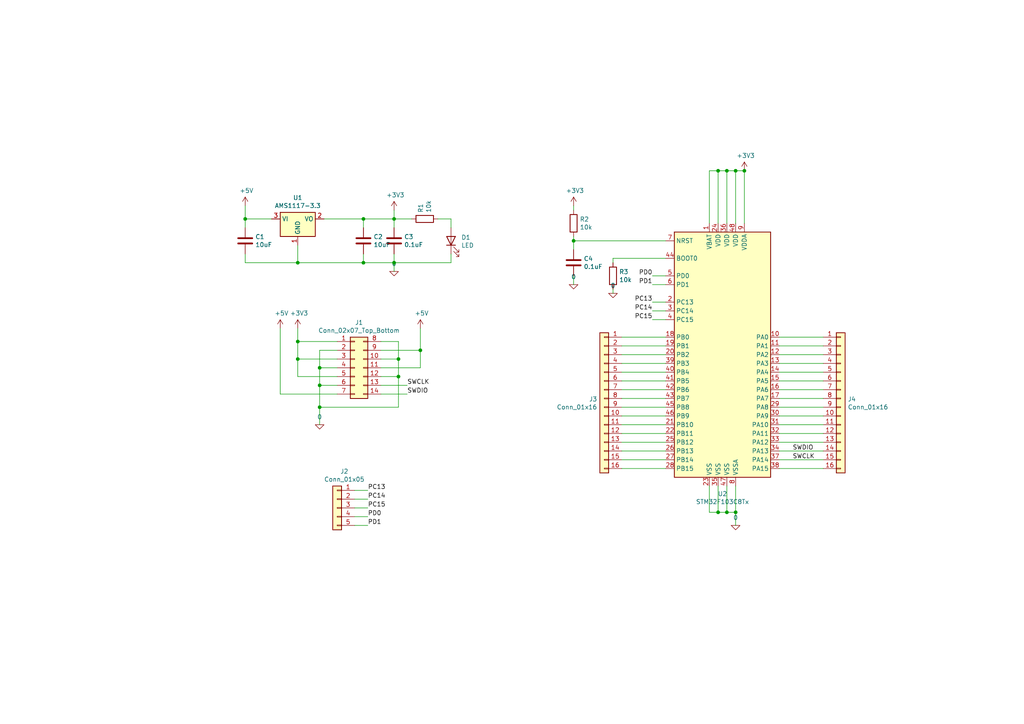
<source format=kicad_sch>
(kicad_sch (version 20230121) (generator eeschema)
  (paper "A4")
  (lib_symbols
    (symbol "Connector_Generic:Conn_01x05" (pin_names (offset 1.016) hide)
      (property "Reference" "J" (at 0 7.62 0))
      (property "Value" "Conn_01x05" (at 0 -7.62 0))
      (symbol "Conn_01x05_1_1"
        (rectangle (start -1.27 -4.953) (end 0 -5.207) (stroke (width 0.1524)))
        (rectangle (start -1.27 -2.413) (end 0 -2.667) (stroke (width 0.1524)))
        (rectangle (start -1.27 0.127) (end 0 -0.127) (stroke (width 0.1524)))
        (rectangle (start -1.27 2.667) (end 0 2.413) (stroke (width 0.1524)))
        (rectangle (start -1.27 5.207) (end 0 4.953) (stroke (width 0.1524)))
        (rectangle (start -1.27 6.35) (end 1.27 -6.35) (stroke (width 0.254)) (fill (type background)))
        (pin passive line (at -5.08 5.08 0) (length 3.81) (name "Pin_1") (number "1"))
        (pin passive line (at -5.08 2.54 0) (length 3.81) (name "Pin_2") (number "2"))
        (pin passive line (at -5.08 0 0) (length 3.81) (name "Pin_3") (number "3"))
        (pin passive line (at -5.08 -2.54 0) (length 3.81) (name "Pin_4") (number "4"))
        (pin passive line (at -5.08 -5.08 0) (length 3.81) (name "Pin_5") (number "5"))
      )
    )
    (symbol "Connector_Generic:Conn_01x16" (pin_names (offset 1.016) hide)
      (property "Reference" "J" (at 0 20.32 0))
      (property "Value" "Conn_01x16" (at 0 -22.86 0))
      (symbol "Conn_01x16_1_1"
        (rectangle (start -1.27 -20.193) (end 0 -20.447) (stroke (width 0.1524)))
        (rectangle (start -1.27 -17.653) (end 0 -17.907) (stroke (width 0.1524)))
        (rectangle (start -1.27 -15.113) (end 0 -15.367) (stroke (width 0.1524)))
        (rectangle (start -1.27 -12.573) (end 0 -12.827) (stroke (width 0.1524)))
        (rectangle (start -1.27 -10.033) (end 0 -10.287) (stroke (width 0.1524)))
        (rectangle (start -1.27 -7.493) (end 0 -7.747) (stroke (width 0.1524)))
        (rectangle (start -1.27 -4.953) (end 0 -5.207) (stroke (width 0.1524)))
        (rectangle (start -1.27 -2.413) (end 0 -2.667) (stroke (width 0.1524)))
        (rectangle (start -1.27 0.127) (end 0 -0.127) (stroke (width 0.1524)))
        (rectangle (start -1.27 2.667) (end 0 2.413) (stroke (width 0.1524)))
        (rectangle (start -1.27 5.207) (end 0 4.953) (stroke (width 0.1524)))
        (rectangle (start -1.27 7.747) (end 0 7.493) (stroke (width 0.1524)))
        (rectangle (start -1.27 10.287) (end 0 10.033) (stroke (width 0.1524)))
        (rectangle (start -1.27 12.827) (end 0 12.573) (stroke (width 0.1524)))
        (rectangle (start -1.27 15.367) (end 0 15.113) (stroke (width 0.1524)))
        (rectangle (start -1.27 17.907) (end 0 17.653) (stroke (width 0.1524)))
        (rectangle (start -1.27 19.05) (end 1.27 -21.59) (stroke (width 0.254)) (fill (type background)))
        (pin passive line (at -5.08 17.78 0) (length 3.81) (name "Pin_1") (number "1"))
        (pin passive line (at -5.08 -5.08 0) (length 3.81) (name "Pin_10") (number "10"))
        (pin passive line (at -5.08 -7.62 0) (length 3.81) (name "Pin_11") (number "11"))
        (pin passive line (at -5.08 -10.16 0) (length 3.81) (name "Pin_12") (number "12"))
        (pin passive line (at -5.08 -12.7 0) (length 3.81) (name "Pin_13") (number "13"))
        (pin passive line (at -5.08 -15.24 0) (length 3.81) (name "Pin_14") (number "14"))
        (pin passive line (at -5.08 -17.78 0) (length 3.81) (name "Pin_15") (number "15"))
        (pin passive line (at -5.08 -20.32 0) (length 3.81) (name "Pin_16") (number "16"))
        (pin passive line (at -5.08 15.24 0) (length 3.81) (name "Pin_2") (number "2"))
        (pin passive line (at -5.08 12.7 0) (length 3.81) (name "Pin_3") (number "3"))
        (pin passive line (at -5.08 10.16 0) (length 3.81) (name "Pin_4") (number "4"))
        (pin passive line (at -5.08 7.62 0) (length 3.81) (name "Pin_5") (number "5"))
        (pin passive line (at -5.08 5.08 0) (length 3.81) (name "Pin_6") (number "6"))
        (pin passive line (at -5.08 2.54 0) (length 3.81) (name "Pin_7") (number "7"))
        (pin passive line (at -5.08 0 0) (length 3.81) (name "Pin_8") (number "8"))
        (pin passive line (at -5.08 -2.54 0) (length 3.81) (name "Pin_9") (number "9"))
      )
    )
    (symbol "Connector_Generic:Conn_02x07_Top_Bottom" (pin_names (offset 1.016) hide)
      (property "Reference" "J" (at 1.27 10.16 0))
      (property "Value" "Conn_02x07_Top_Bottom" (at 1.27 -10.16 0))
      (symbol "Conn_02x07_Top_Bottom_1_1"
        (rectangle (start -1.27 -7.493) (end 0 -7.747) (stroke (width 0.1524)))
        (rectangle (start -1.27 -4.953) (end 0 -5.207) (stroke (width 0.1524)))
        (rectangle (start -1.27 -2.413) (end 0 -2.667) (stroke (width 0.1524)))
        (rectangle (start -1.27 0.127) (end 0 -0.127) (stroke (width 0.1524)))
        (rectangle (start -1.27 2.667) (end 0 2.413) (stroke (width 0.1524)))
        (rectangle (start -1.27 5.207) (end 0 4.953) (stroke (width 0.1524)))
        (rectangle (start -1.27 7.747) (end 0 7.493) (stroke (width 0.1524)))
        (rectangle (start -1.27 8.89) (end 3.81 -8.89) (stroke (width 0.254)) (fill (type background)))
        (rectangle (start 3.81 -7.493) (end 2.54 -7.747) (stroke (width 0.1524)))
        (rectangle (start 3.81 -4.953) (end 2.54 -5.207) (stroke (width 0.1524)))
        (rectangle (start 3.81 -2.413) (end 2.54 -2.667) (stroke (width 0.1524)))
        (rectangle (start 3.81 0.127) (end 2.54 -0.127) (stroke (width 0.1524)))
        (rectangle (start 3.81 2.667) (end 2.54 2.413) (stroke (width 0.1524)))
        (rectangle (start 3.81 5.207) (end 2.54 4.953) (stroke (width 0.1524)))
        (rectangle (start 3.81 7.747) (end 2.54 7.493) (stroke (width 0.1524)))
        (pin passive line (at -5.08 7.62 0) (length 3.81) (name "Pin_1") (number "1"))
        (pin passive line (at 7.62 2.54 180) (length 3.81) (name "Pin_10") (number "10"))
        (pin passive line (at 7.62 0 180) (length 3.81) (name "Pin_11") (number "11"))
        (pin passive line (at 7.62 -2.54 180) (length 3.81) (name "Pin_12") (number "12"))
        (pin passive line (at 7.62 -5.08 180) (length 3.81) (name "Pin_13") (number "13"))
        (pin passive line (at 7.62 -7.62 180) (length 3.81) (name "Pin_14") (number "14"))
        (pin passive line (at -5.08 5.08 0) (length 3.81) (name "Pin_2") (number "2"))
        (pin passive line (at -5.08 2.54 0) (length 3.81) (name "Pin_3") (number "3"))
        (pin passive line (at -5.08 0 0) (length 3.81) (name "Pin_4") (number "4"))
        (pin passive line (at -5.08 -2.54 0) (length 3.81) (name "Pin_5") (number "5"))
        (pin passive line (at -5.08 -5.08 0) (length 3.81) (name "Pin_6") (number "6"))
        (pin passive line (at -5.08 -7.62 0) (length 3.81) (name "Pin_7") (number "7"))
        (pin passive line (at 7.62 7.62 180) (length 3.81) (name "Pin_8") (number "8"))
        (pin passive line (at 7.62 5.08 180) (length 3.81) (name "Pin_9") (number "9"))
      )
    )
    (symbol "Device:C" (pin_numbers hide) (pin_names (offset 0.254))
      (property "Reference" "C" (at 0.635 2.54 0))
      (property "Value" "C" (at 0.635 -2.54 0))
      (symbol "C_0_1"
        (polyline (pts (xy -2.032 -0.762) (xy 2.032 -0.762)) (stroke (width 0.508)))
        (polyline (pts (xy -2.032 0.762) (xy 2.032 0.762)) (stroke (width 0.508)))
      )
      (symbol "C_1_1"
        (pin passive line (at 0 3.81 270) (length 2.794) (name "~") (number "1"))
        (pin passive line (at 0 -3.81 90) (length 2.794) (name "~") (number "2"))
      )
    )
    (symbol "Device:LED" (pin_numbers hide) (pin_names (offset 1.016) hide)
      (property "Reference" "D" (at 0 2.54 0))
      (property "Value" "LED" (at 0 -2.54 0))
      (symbol "LED_0_1"
        (polyline (pts (xy -1.27 -1.27) (xy -1.27 1.27)) (stroke (width 0.254)))
        (polyline (pts (xy -1.27 0) (xy 1.27 0)))
        (polyline (pts (xy 1.27 -1.27) (xy 1.27 1.27) (xy -1.27 0) (xy 1.27 -1.27)) (stroke (width 0.254)))
        (polyline (pts (xy -3.048 -0.762) (xy -4.572 -2.286) (xy -3.81 -2.286) (xy -4.572 -2.286) (xy -4.572 -1.524)))
        (polyline (pts (xy -1.778 -0.762) (xy -3.302 -2.286) (xy -2.54 -2.286) (xy -3.302 -2.286) (xy -3.302 -1.524)))
      )
      (symbol "LED_1_1"
        (pin passive line (at -3.81 0 0) (length 2.54) (name "K") (number "1"))
        (pin passive line (at 3.81 0 180) (length 2.54) (name "A") (number "2"))
      )
    )
    (symbol "Device:R" (pin_numbers hide) (pin_names (offset 0))
      (property "Reference" "R" (at 2.032 0 90))
      (property "Value" "R" (at 0 0 90))
      (symbol "R_0_1"
        (rectangle (start -1.016 -2.54) (end 1.016 2.54) (stroke (width 0.254)))
      )
      (symbol "R_1_1"
        (pin passive line (at 0 3.81 270) (length 1.27) (name "~") (number "1"))
        (pin passive line (at 0 -3.81 90) (length 1.27) (name "~") (number "2"))
      )
    )
    (symbol "Regulator_Linear:AMS1117-3.3"
      (property "Reference" "U" (at -3.81 3.175 0))
      (property "Value" "AMS1117-3.3" (at 0 3.175 0))
      (symbol "AMS1117-3.3_0_1"
        (rectangle (start -5.08 -5.08) (end 5.08 1.905) (stroke (width 0.254)) (fill (type background)))
      )
      (symbol "AMS1117-3.3_1_1"
        (pin power_in line (at 0 -7.62 90) (length 2.54) (name "GND") (number "1"))
        (pin power_out line (at 7.62 0 180) (length 2.54) (name "VO") (number "2"))
        (pin power_in line (at -7.62 0 0) (length 2.54) (name "VI") (number "3"))
      )
    )
    (symbol "power:+5V" (power) (pin_names (offset 0))
      (property "Value" "+5V" (at 0 3.556 0))
      (symbol "+5V_0_1"
        (polyline (pts (xy -0.762 1.27) (xy 0 2.54)))
        (polyline (pts (xy 0 0) (xy 0 2.54)))
        (polyline (pts (xy 0 2.54) (xy 0.762 1.27)))
      )
      (symbol "+5V_1_1"
        (pin power_in line (at 0 0 90) (length 0) hide (name "+5V") (number "1"))
      )
    )
    (symbol "stm32-rescue:+3.3V-power" (power) (pin_names (offset 0))
      (property "Value" "+3.3V-power" (at 0 3.556 0))
      (symbol "+3.3V-power_0_1"
        (polyline (pts (xy -0.762 1.27) (xy 0 2.54)))
        (polyline (pts (xy 0 0) (xy 0 2.54)))
        (polyline (pts (xy 0 2.54) (xy 0.762 1.27)))
      )
      (symbol "+3.3V-power_1_1"
        (pin power_in line (at 0 0 90) (length 0) hide (name "+3V3") (number "1"))
      )
    )
    (symbol "stm32-rescue:0-pspice" (power) (pin_names (offset 0))
      (property "Value" "0-pspice" (at 0 -1.778 0))
      (symbol "0-pspice_0_1"
        (polyline (pts (xy -1.27 0) (xy 0 -1.27) (xy 1.27 0) (xy -1.27 0)))
      )
      (symbol "0-pspice_1_1"
        (pin power_in line (at 0 0 0) (length 0) hide (name "0") (number "1"))
      )
    )
    (symbol "stm32-rescue:STM32F103C8Tx-MCU_ST_STM32F1"
      (property "Reference" "U" (at -15.24 36.83 0))
      (property "Value" "MCU_ST_STM32F1_STM32F103C8Tx" (at 7.62 36.83 0))
      (symbol "STM32F103C8Tx-MCU_ST_STM32F1_0_1"
        (rectangle (start -15.24 -35.56) (end 12.7 35.56) (stroke (width 0.254)) (fill (type background)))
      )
      (symbol "STM32F103C8Tx-MCU_ST_STM32F1_1_1"
        (pin power_in line (at -5.08 38.1 270) (length 2.54) (name "VBAT") (number "1"))
        (pin bidirectional line (at 15.24 5.08 180) (length 2.54) (name "PA0") (number "10"))
        (pin bidirectional line (at 15.24 2.54 180) (length 2.54) (name "PA1") (number "11"))
        (pin bidirectional line (at 15.24 0 180) (length 2.54) (name "PA2") (number "12"))
        (pin bidirectional line (at 15.24 -2.54 180) (length 2.54) (name "PA3") (number "13"))
        (pin bidirectional line (at 15.24 -5.08 180) (length 2.54) (name "PA4") (number "14"))
        (pin bidirectional line (at 15.24 -7.62 180) (length 2.54) (name "PA5") (number "15"))
        (pin bidirectional line (at 15.24 -10.16 180) (length 2.54) (name "PA6") (number "16"))
        (pin bidirectional line (at 15.24 -12.7 180) (length 2.54) (name "PA7") (number "17"))
        (pin bidirectional line (at -17.78 5.08 0) (length 2.54) (name "PB0") (number "18"))
        (pin bidirectional line (at -17.78 2.54 0) (length 2.54) (name "PB1") (number "19"))
        (pin bidirectional line (at -17.78 15.24 0) (length 2.54) (name "PC13") (number "2"))
        (pin bidirectional line (at -17.78 0 0) (length 2.54) (name "PB2") (number "20"))
        (pin bidirectional line (at -17.78 -20.32 0) (length 2.54) (name "PB10") (number "21"))
        (pin bidirectional line (at -17.78 -22.86 0) (length 2.54) (name "PB11") (number "22"))
        (pin power_in line (at -5.08 -38.1 90) (length 2.54) (name "VSS") (number "23"))
        (pin power_in line (at -2.54 38.1 270) (length 2.54) (name "VDD") (number "24"))
        (pin bidirectional line (at -17.78 -25.4 0) (length 2.54) (name "PB12") (number "25"))
        (pin bidirectional line (at -17.78 -27.94 0) (length 2.54) (name "PB13") (number "26"))
        (pin bidirectional line (at -17.78 -30.48 0) (length 2.54) (name "PB14") (number "27"))
        (pin bidirectional line (at -17.78 -33.02 0) (length 2.54) (name "PB15") (number "28"))
        (pin bidirectional line (at 15.24 -15.24 180) (length 2.54) (name "PA8") (number "29"))
        (pin bidirectional line (at -17.78 12.7 0) (length 2.54) (name "PC14") (number "3"))
        (pin bidirectional line (at 15.24 -17.78 180) (length 2.54) (name "PA9") (number "30"))
        (pin bidirectional line (at 15.24 -20.32 180) (length 2.54) (name "PA10") (number "31"))
        (pin bidirectional line (at 15.24 -22.86 180) (length 2.54) (name "PA11") (number "32"))
        (pin bidirectional line (at 15.24 -25.4 180) (length 2.54) (name "PA12") (number "33"))
        (pin bidirectional line (at 15.24 -27.94 180) (length 2.54) (name "PA13") (number "34"))
        (pin power_in line (at -2.54 -38.1 90) (length 2.54) (name "VSS") (number "35"))
        (pin power_in line (at 0 38.1 270) (length 2.54) (name "VDD") (number "36"))
        (pin bidirectional line (at 15.24 -30.48 180) (length 2.54) (name "PA14") (number "37"))
        (pin bidirectional line (at 15.24 -33.02 180) (length 2.54) (name "PA15") (number "38"))
        (pin bidirectional line (at -17.78 -2.54 0) (length 2.54) (name "PB3") (number "39"))
        (pin bidirectional line (at -17.78 10.16 0) (length 2.54) (name "PC15") (number "4"))
        (pin bidirectional line (at -17.78 -5.08 0) (length 2.54) (name "PB4") (number "40"))
        (pin bidirectional line (at -17.78 -7.62 0) (length 2.54) (name "PB5") (number "41"))
        (pin bidirectional line (at -17.78 -10.16 0) (length 2.54) (name "PB6") (number "42"))
        (pin bidirectional line (at -17.78 -12.7 0) (length 2.54) (name "PB7") (number "43"))
        (pin input line (at -17.78 27.94 0) (length 2.54) (name "BOOT0") (number "44"))
        (pin bidirectional line (at -17.78 -15.24 0) (length 2.54) (name "PB8") (number "45"))
        (pin bidirectional line (at -17.78 -17.78 0) (length 2.54) (name "PB9") (number "46"))
        (pin power_in line (at 0 -38.1 90) (length 2.54) (name "VSS") (number "47"))
        (pin power_in line (at 2.54 38.1 270) (length 2.54) (name "VDD") (number "48"))
        (pin input line (at -17.78 22.86 0) (length 2.54) (name "PD0") (number "5"))
        (pin input line (at -17.78 20.32 0) (length 2.54) (name "PD1") (number "6"))
        (pin input line (at -17.78 33.02 0) (length 2.54) (name "NRST") (number "7"))
        (pin power_in line (at 2.54 -38.1 90) (length 2.54) (name "VSSA") (number "8"))
        (pin power_in line (at 5.08 38.1 270) (length 2.54) (name "VDDA") (number "9"))
      )
    )
  )
  (junction (at 210.82 49.53))
  (junction (at 92.71 118.11))
  (junction (at 213.36 148.59))
  (junction (at 115.57 109.22))
  (junction (at 210.82 148.59))
  (junction (at 208.28 148.59))
  (junction (at 114.3 76.2))
  (junction (at 121.92 101.6))
  (junction (at 71.12 63.5))
  (junction (at 105.41 76.2))
  (junction (at 115.57 104.14))
  (junction (at 114.3 63.5))
  (junction (at 86.36 104.14))
  (junction (at 92.71 111.76))
  (junction (at 166.37 69.85))
  (junction (at 215.9 49.53))
  (junction (at 86.36 99.06))
  (junction (at 208.28 49.53))
  (junction (at 86.36 76.2))
  (junction (at 105.41 63.5))
  (junction (at 92.71 106.68))
  (junction (at 213.36 49.53))
  (wire (pts (xy 92.71 118.11) (xy 92.71 123.19)))
  (wire (pts (xy 166.37 69.85) (xy 193.04 69.85)))
  (wire (pts (xy 121.92 101.6) (xy 121.92 106.68)))
  (wire (pts (xy 226.06 120.65) (xy 238.76 120.65)))
  (wire (pts (xy 110.49 104.14) (xy 115.57 104.14)))
  (wire (pts (xy 226.06 110.49) (xy 238.76 110.49)))
  (wire (pts (xy 180.34 97.79) (xy 193.04 97.79)))
  (wire (pts (xy 189.23 90.17) (xy 193.04 90.17)))
  (wire (pts (xy 97.79 111.76) (xy 92.71 111.76)))
  (wire (pts (xy 130.81 63.5) (xy 130.81 66.04)))
  (wire (pts (xy 105.41 76.2) (xy 114.3 76.2)))
  (wire (pts (xy 180.34 125.73) (xy 193.04 125.73)))
  (wire (pts (xy 208.28 148.59) (xy 210.82 148.59)))
  (wire (pts (xy 189.23 82.55) (xy 193.04 82.55)))
  (wire (pts (xy 81.28 114.3) (xy 81.28 95.25)))
  (wire (pts (xy 180.34 105.41) (xy 193.04 105.41)))
  (wire (pts (xy 115.57 104.14) (xy 115.57 109.22)))
  (wire (pts (xy 180.34 102.87) (xy 193.04 102.87)))
  (wire (pts (xy 110.49 106.68) (xy 121.92 106.68)))
  (wire (pts (xy 210.82 140.97) (xy 210.82 148.59)))
  (wire (pts (xy 226.06 130.81) (xy 238.76 130.81)))
  (wire (pts (xy 205.74 148.59) (xy 208.28 148.59)))
  (wire (pts (xy 102.87 149.86) (xy 106.68 149.86)))
  (wire (pts (xy 93.98 63.5) (xy 105.41 63.5)))
  (wire (pts (xy 177.8 74.93) (xy 193.04 74.93)))
  (wire (pts (xy 226.06 102.87) (xy 238.76 102.87)))
  (wire (pts (xy 180.34 115.57) (xy 193.04 115.57)))
  (wire (pts (xy 114.3 76.2) (xy 114.3 73.66)))
  (wire (pts (xy 180.34 135.89) (xy 193.04 135.89)))
  (wire (pts (xy 226.06 133.35) (xy 238.76 133.35)))
  (wire (pts (xy 205.74 49.53) (xy 208.28 49.53)))
  (wire (pts (xy 210.82 148.59) (xy 213.36 148.59)))
  (wire (pts (xy 114.3 63.5) (xy 119.38 63.5)))
  (wire (pts (xy 71.12 76.2) (xy 86.36 76.2)))
  (wire (pts (xy 86.36 76.2) (xy 105.41 76.2)))
  (wire (pts (xy 127 63.5) (xy 130.81 63.5)))
  (wire (pts (xy 102.87 147.32) (xy 106.68 147.32)))
  (wire (pts (xy 205.74 49.53) (xy 205.74 64.77)))
  (wire (pts (xy 205.74 140.97) (xy 205.74 148.59)))
  (wire (pts (xy 189.23 87.63) (xy 193.04 87.63)))
  (wire (pts (xy 102.87 152.4) (xy 106.68 152.4)))
  (wire (pts (xy 114.3 63.5) (xy 114.3 60.96)))
  (wire (pts (xy 226.06 135.89) (xy 238.76 135.89)))
  (wire (pts (xy 110.49 101.6) (xy 121.92 101.6)))
  (wire (pts (xy 86.36 109.22) (xy 97.79 109.22)))
  (wire (pts (xy 226.06 113.03) (xy 238.76 113.03)))
  (wire (pts (xy 110.49 114.3) (xy 118.11 114.3)))
  (wire (pts (xy 97.79 101.6) (xy 92.71 101.6)))
  (wire (pts (xy 180.34 110.49) (xy 193.04 110.49)))
  (wire (pts (xy 110.49 109.22) (xy 115.57 109.22)))
  (wire (pts (xy 177.8 83.82) (xy 177.8 85.09)))
  (wire (pts (xy 226.06 118.11) (xy 238.76 118.11)))
  (wire (pts (xy 130.81 73.66) (xy 130.81 76.2)))
  (wire (pts (xy 105.41 63.5) (xy 105.41 66.04)))
  (wire (pts (xy 177.8 76.2) (xy 177.8 74.93)))
  (wire (pts (xy 110.49 111.76) (xy 118.11 111.76)))
  (wire (pts (xy 115.57 99.06) (xy 115.57 104.14)))
  (wire (pts (xy 92.71 101.6) (xy 92.71 106.68)))
  (wire (pts (xy 180.34 107.95) (xy 193.04 107.95)))
  (wire (pts (xy 92.71 111.76) (xy 92.71 118.11)))
  (wire (pts (xy 71.12 73.66) (xy 71.12 76.2)))
  (wire (pts (xy 166.37 80.01) (xy 166.37 82.55)))
  (wire (pts (xy 105.41 73.66) (xy 105.41 76.2)))
  (wire (pts (xy 213.36 49.53) (xy 213.36 64.77)))
  (wire (pts (xy 180.34 128.27) (xy 193.04 128.27)))
  (wire (pts (xy 86.36 99.06) (xy 97.79 99.06)))
  (wire (pts (xy 121.92 95.25) (xy 121.92 101.6)))
  (wire (pts (xy 92.71 106.68) (xy 92.71 111.76)))
  (wire (pts (xy 115.57 118.11) (xy 92.71 118.11)))
  (wire (pts (xy 210.82 49.53) (xy 213.36 49.53)))
  (wire (pts (xy 180.34 130.81) (xy 193.04 130.81)))
  (wire (pts (xy 210.82 64.77) (xy 210.82 49.53)))
  (wire (pts (xy 189.23 92.71) (xy 193.04 92.71)))
  (wire (pts (xy 86.36 99.06) (xy 86.36 104.14)))
  (wire (pts (xy 71.12 59.69) (xy 71.12 63.5)))
  (wire (pts (xy 166.37 60.96) (xy 166.37 59.69)))
  (wire (pts (xy 213.36 152.4) (xy 213.36 148.59)))
  (wire (pts (xy 86.36 104.14) (xy 86.36 109.22)))
  (wire (pts (xy 71.12 63.5) (xy 71.12 66.04)))
  (wire (pts (xy 166.37 69.85) (xy 166.37 72.39)))
  (wire (pts (xy 130.81 76.2) (xy 114.3 76.2)))
  (wire (pts (xy 208.28 140.97) (xy 208.28 148.59)))
  (wire (pts (xy 226.06 97.79) (xy 238.76 97.79)))
  (wire (pts (xy 81.28 114.3) (xy 97.79 114.3)))
  (wire (pts (xy 180.34 123.19) (xy 193.04 123.19)))
  (wire (pts (xy 213.36 148.59) (xy 213.36 140.97)))
  (wire (pts (xy 208.28 49.53) (xy 208.28 64.77)))
  (wire (pts (xy 166.37 68.58) (xy 166.37 69.85)))
  (wire (pts (xy 97.79 106.68) (xy 92.71 106.68)))
  (wire (pts (xy 114.3 76.2) (xy 114.3 78.74)))
  (wire (pts (xy 86.36 95.25) (xy 86.36 99.06)))
  (wire (pts (xy 78.74 63.5) (xy 71.12 63.5)))
  (wire (pts (xy 213.36 49.53) (xy 215.9 49.53)))
  (wire (pts (xy 226.06 115.57) (xy 238.76 115.57)))
  (wire (pts (xy 226.06 128.27) (xy 238.76 128.27)))
  (wire (pts (xy 226.06 105.41) (xy 238.76 105.41)))
  (wire (pts (xy 180.34 133.35) (xy 193.04 133.35)))
  (wire (pts (xy 86.36 71.12) (xy 86.36 76.2)))
  (wire (pts (xy 114.3 63.5) (xy 114.3 66.04)))
  (wire (pts (xy 180.34 120.65) (xy 193.04 120.65)))
  (wire (pts (xy 102.87 144.78) (xy 106.68 144.78)))
  (wire (pts (xy 208.28 49.53) (xy 210.82 49.53)))
  (wire (pts (xy 215.9 49.53) (xy 215.9 64.77)))
  (wire (pts (xy 180.34 113.03) (xy 193.04 113.03)))
  (wire (pts (xy 226.06 107.95) (xy 238.76 107.95)))
  (wire (pts (xy 110.49 99.06) (xy 115.57 99.06)))
  (wire (pts (xy 226.06 100.33) (xy 238.76 100.33)))
  (wire (pts (xy 226.06 123.19) (xy 238.76 123.19)))
  (wire (pts (xy 86.36 104.14) (xy 97.79 104.14)))
  (wire (pts (xy 115.57 109.22) (xy 115.57 118.11)))
  (wire (pts (xy 105.41 63.5) (xy 114.3 63.5)))
  (wire (pts (xy 226.06 125.73) (xy 238.76 125.73)))
  (wire (pts (xy 180.34 100.33) (xy 193.04 100.33)))
  (wire (pts (xy 180.34 118.11) (xy 193.04 118.11)))
  (wire (pts (xy 189.23 80.01) (xy 193.04 80.01)))
  (wire (pts (xy 102.87 142.24) (xy 106.68 142.24)))
  (label "PD0" (at 189.23 80.01 180))
  (label "PC13" (at 189.23 87.63 180))
  (label "PD1" (at 189.23 82.55 180))
  (label "SWCLK" (at 229.87 133.35 0))
  (label "PC15" (at 189.23 92.71 180))
  (label "PC15" (at 106.68 147.32 0))
  (label "PD1" (at 106.68 152.4 0))
  (label "PC14" (at 189.23 90.17 180))
  (label "PC13" (at 106.68 142.24 0))
  (label "SWDIO" (at 118.11 114.3 0))
  (label "PC14" (at 106.68 144.78 0))
  (label "SWCLK" (at 118.11 111.76 0))
  (label "SWDIO" (at 229.87 130.81 0))
  (label "PD0" (at 106.68 149.86 0))
  (symbol (lib_id "stm32-rescue:STM32F103C8Tx-MCU_ST_STM32F1") (at 210.82 102.87 0) (unit 1)
    (property "Reference" "U2" (at 209.55 143.2306 0))
    (property "Value" "STM32F103C8Tx" (at 209.55 145.542 0))
    (property "Footprint" "Package_QFP:LQFP-48_7x7mm_P0.5mm" (effects hide))
    (property "Datasheet" "http://www.st.com/st-web-ui/static/active/en/resource/technical/document/datasheet/CD00161566.pdf" (effects hide))
  )
  (symbol (lib_id "stm32-rescue:0-pspice") (at 213.36 152.4 0) (unit 1)
    (property "Reference" "#GND05" (effects hide))
    (property "Value" "0" (at 213.36 150.1394 0))
  )
  (symbol (lib_id "Device:R") (at 166.37 64.77 0) (unit 1)
    (property "Reference" "R2" (at 168.148 63.6016 0) (effects (justify left)))
    (property "Value" "10k" (at 168.148 65.913 0) (effects (justify left)))
    (property "Footprint" "Resistor_SMD:R_0805_2012Metric_Pad1.15x1.40mm_HandSolder" (effects hide))
  )
  (symbol (lib_id "Device:C") (at 166.37 76.2 0) (unit 1)
    (property "Reference" "C4" (at 169.291 75.0316 0) (effects (justify left)))
    (property "Value" "0.1uF" (at 169.291 77.343 0) (effects (justify left)))
    (property "Footprint" "Capacitor_SMD:C_0805_2012Metric_Pad1.15x1.40mm_HandSolder" (effects hide))
  )
  (symbol (lib_id "Device:R") (at 177.8 80.01 0) (unit 1)
    (property "Reference" "R3" (at 179.578 78.8416 0) (effects (justify left)))
    (property "Value" "10k" (at 179.578 81.153 0) (effects (justify left)))
    (property "Footprint" "Resistor_SMD:R_0805_2012Metric_Pad1.15x1.40mm_HandSolder" (effects hide))
  )
  (symbol (lib_id "stm32-rescue:0-pspice") (at 177.8 85.09 0) (unit 1)
    (property "Reference" "#GND04" (effects hide))
    (property "Value" "0" (at 177.8 82.8294 0))
  )
  (symbol (lib_id "stm32-rescue:0-pspice") (at 166.37 82.55 0) (unit 1)
    (property "Reference" "#GND03" (effects hide))
    (property "Value" "0" (at 166.37 80.2894 0))
  )
  (symbol (lib_id "stm32-rescue:+3.3V-power") (at 166.37 59.69 0) (unit 1)
    (property "Reference" "#PWR05" (effects hide))
    (property "Value" "+3.3V" (at 166.751 55.2958 0))
  )
  (symbol (lib_id "Connector_Generic:Conn_01x16") (at 243.84 115.57 0) (unit 1)
    (property "Reference" "J4" (at 245.872 115.7732 0) (effects (justify left)))
    (property "Value" "Conn_01x16" (at 245.872 118.0846 0) (effects (justify left)))
    (property "Footprint" "Connector_PinHeader_2.54mm:PinHeader_1x16_P2.54mm_Vertical" (effects hide))
  )
  (symbol (lib_id "Connector_Generic:Conn_01x16") (at 175.26 115.57 0) (mirror y) (unit 1)
    (property "Reference" "J3" (at 173.228 115.7732 0) (effects (justify left)))
    (property "Value" "Conn_01x16" (at 173.228 118.0846 0) (effects (justify left)))
    (property "Footprint" "Connector_PinHeader_2.54mm:PinHeader_1x16_P2.54mm_Vertical" (effects hide))
  )
  (symbol (lib_id "Connector_Generic:Conn_01x05") (at 97.79 147.32 0) (mirror y) (unit 1)
    (property "Reference" "J2" (at 99.8728 136.7282 0))
    (property "Value" "Conn_01x05" (at 99.8728 139.0396 0))
    (property "Footprint" "Connector_PinSocket_2.54mm:PinSocket_1x05_P2.54mm_Vertical" (effects hide))
  )
  (symbol (lib_id "power:+5V") (at 81.28 95.25 0) (unit 1)
    (property "Reference" "#PWR03" (effects hide))
    (property "Value" "+5V" (at 81.661 90.8558 0))
  )
  (symbol (lib_id "stm32-rescue:0-pspice") (at 92.71 123.19 0) (unit 1)
    (property "Reference" "#GND02" (effects hide))
    (property "Value" "0" (at 92.71 120.9294 0))
  )
  (symbol (lib_id "Regulator_Linear:AMS1117-3.3") (at 86.36 63.5 0) (unit 1)
    (property "Reference" "U1" (at 86.36 57.3532 0))
    (property "Value" "AMS1117-3.3" (at 86.36 59.6646 0))
    (property "Footprint" "Package_TO_SOT_SMD:SOT-223" (effects hide))
    (property "Datasheet" "http://www.advanced-monolithic.com/pdf/ds1117.pdf" (effects hide))
  )
  (symbol (lib_id "Device:C") (at 71.12 69.85 0) (unit 1)
    (property "Reference" "C1" (at 74.041 68.6816 0) (effects (justify left)))
    (property "Value" "10uF" (at 74.041 70.993 0) (effects (justify left)))
    (property "Footprint" "Capacitor_SMD:C_0805_2012Metric_Pad1.15x1.40mm_HandSolder" (effects hide))
  )
  (symbol (lib_id "power:+5V") (at 71.12 59.69 0) (unit 1)
    (property "Reference" "#PWR01" (effects hide))
    (property "Value" "+5V" (at 71.501 55.2958 0))
  )
  (symbol (lib_id "stm32-rescue:+3.3V-power") (at 114.3 60.96 0) (unit 1)
    (property "Reference" "#PWR04" (effects hide))
    (property "Value" "+3.3V" (at 114.681 56.5658 0))
  )
  (symbol (lib_id "stm32-rescue:0-pspice") (at 114.3 78.74 0) (unit 1)
    (property "Reference" "#GND01" (effects hide))
    (property "Value" "0" (at 114.3 76.4794 0))
  )
  (symbol (lib_id "Device:C") (at 114.3 69.85 0) (unit 1)
    (property "Reference" "C3" (at 117.221 68.6816 0) (effects (justify left)))
    (property "Value" "0.1uF" (at 117.221 70.993 0) (effects (justify left)))
    (property "Footprint" "Capacitor_SMD:C_0805_2012Metric_Pad1.15x1.40mm_HandSolder" (effects hide))
  )
  (symbol (lib_id "Device:C") (at 105.41 69.85 0) (unit 1)
    (property "Reference" "C2" (at 108.331 68.6816 0) (effects (justify left)))
    (property "Value" "10uF" (at 108.331 70.993 0) (effects (justify left)))
    (property "Footprint" "Capacitor_SMD:C_0805_2012Metric_Pad1.15x1.40mm_HandSolder" (effects hide))
  )
  (symbol (lib_id "Device:R") (at 123.19 63.5 90) (unit 1)
    (property "Reference" "R1" (at 122.0216 61.722 0) (effects (justify left)))
    (property "Value" "10k" (at 124.333 61.722 0) (effects (justify left)))
    (property "Footprint" "Resistor_SMD:R_0805_2012Metric_Pad1.15x1.40mm_HandSolder" (effects hide))
  )
  (symbol (lib_id "Device:LED") (at 130.81 69.85 90) (unit 1)
    (property "Reference" "D1" (at 133.7818 68.8594 90) (effects (justify right)))
    (property "Value" "LED" (at 133.7818 71.1708 90) (effects (justify right)))
    (property "Footprint" "LED_SMD:LED_0805_2012Metric_Pad1.15x1.40mm_HandSolder" (effects hide))
  )
  (symbol (lib_id "stm32-rescue:+3.3V-power") (at 215.9 49.53 0) (unit 1)
    (property "Reference" "#PWR0101" (effects hide))
    (property "Value" "+3.3V" (at 216.281 45.1358 0))
  )
  (symbol (lib_id "Connector_Generic:Conn_02x07_Top_Bottom") (at 102.87 106.68 0) (unit 1)
    (property "Reference" "J1" (at 104.14 93.5482 0))
    (property "Value" "Conn_02x07_Top_Bottom" (at 104.14 95.8596 0))
    (property "Footprint" "Connector_PinHeader_2.54mm:PinHeader_2x07_P2.54mm_Vertical" (effects hide))
  )
  (symbol (lib_id "stm32-rescue:+3.3V-power") (at 86.36 95.25 0) (unit 1)
    (property "Reference" "#PWR0102" (effects hide))
    (property "Value" "+3.3V" (at 86.741 90.8558 0))
  )
  (symbol (lib_id "power:+5V") (at 121.92 95.25 0) (unit 1)
    (property "Reference" "#PWR0103" (effects hide))
    (property "Value" "+5V" (at 122.301 90.8558 0))
  )
)
</source>
